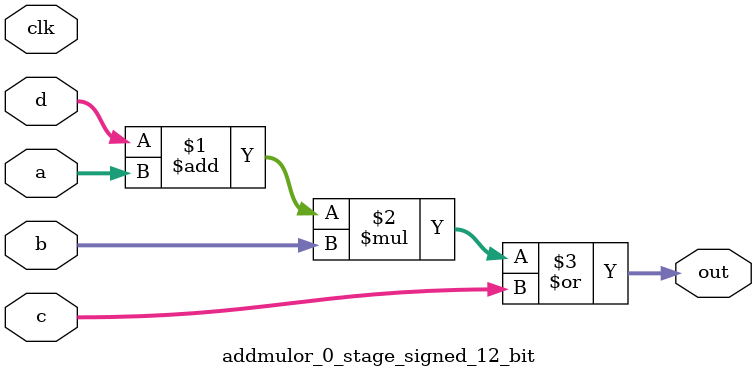
<source format=sv>
(* use_dsp = "yes" *) module addmulor_0_stage_signed_12_bit(
	input signed [11:0] a,
	input signed [11:0] b,
	input signed [11:0] c,
	input signed [11:0] d,
	output [11:0] out,
	input clk);

	assign out = ((d + a) * b) | c;
endmodule

</source>
